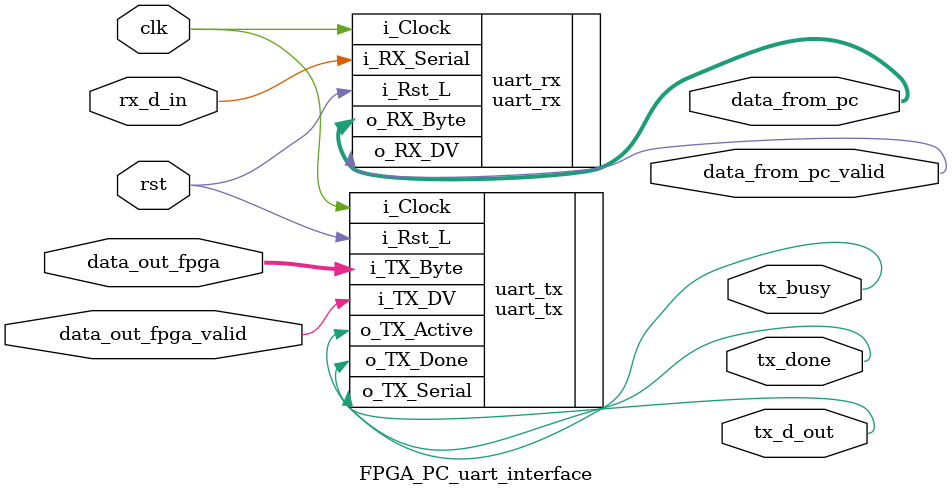
<source format=sv>
`timescale 1ns / 1ps


// Design Name: Neo_PCB_TEST
// Module Name: FPGA_PC_uart_interface

// Description: chip-host uart serial interface

//				1) uart rx : data from host, input to FPGA
//				2) uart tx : data from FPGA, output to host
//////////////////////////////////////////////////////////////////////////////////

module FPGA_PC_uart_interface
	(
	input logic clk,
	input logic rst,

	input logic rx_d_in,
	output logic data_from_pc_valid,
	output logic [7:0] data_from_pc,

	output logic tx_d_out,

	input logic data_out_fpga_valid,
	input logic [7:0] data_out_fpga,
	output logic tx_busy,
	output logic tx_done
	);

//////// Uart serial rx input ////////
uart_rx uart_rx
	(
	.i_Rst_L(rst),
	.i_Clock(clk),
	.i_RX_Serial(rx_d_in),
	.o_RX_DV(data_from_pc_valid),
	.o_RX_Byte(data_from_pc)
   );
//////////////////////////////////////


//////// Uart serial tx output ////////
uart_tx uart_tx
  (
	.i_Rst_L(rst),
	.i_Clock(clk),
	.i_TX_DV(data_out_fpga_valid),
	.i_TX_Byte(data_out_fpga), 
	.o_TX_Active(tx_busy),
	.o_TX_Serial(tx_d_out),
	.o_TX_Done(tx_done)
   );
///////////////////////////////////////

endmodule : FPGA_PC_uart_interface
</source>
